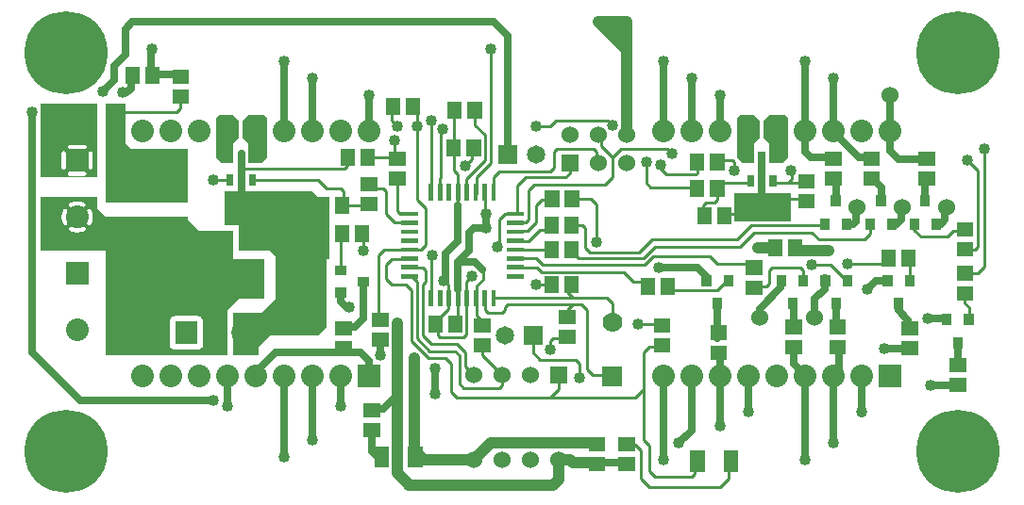
<source format=gbr>
G04 start of page 2 for group 0 idx 0 *
G04 Title: (unknown), component *
G04 Creator: pcb 20110918 *
G04 CreationDate: Sun 03 Feb 2013 12:44:51 AM GMT UTC *
G04 For: petersen *
G04 Format: Gerber/RS-274X *
G04 PCB-Dimensions: 350000 175000 *
G04 PCB-Coordinate-Origin: lower left *
%MOIN*%
%FSLAX25Y25*%
%LNTOP*%
%ADD34C,0.0380*%
%ADD33C,0.0430*%
%ADD32C,0.0280*%
%ADD31C,0.0450*%
%ADD30C,0.0480*%
%ADD29C,0.1285*%
%ADD28C,0.0350*%
%ADD27C,0.0200*%
%ADD26R,0.0157X0.0157*%
%ADD25R,0.0360X0.0360*%
%ADD24R,0.0630X0.0630*%
%ADD23R,0.0240X0.0240*%
%ADD22R,0.0340X0.0340*%
%ADD21R,0.0512X0.0512*%
%ADD20C,0.0650*%
%ADD19C,0.0600*%
%ADD18C,0.0700*%
%ADD17C,0.0787*%
%ADD16C,0.0800*%
%ADD15C,0.2937*%
%ADD14C,0.0400*%
%ADD13C,0.0100*%
%ADD12C,0.0250*%
%ADD11C,0.0001*%
G54D11*G36*
X260000Y119000D02*X256000D01*
X254000Y121000D01*
Y135000D01*
X255000Y136000D01*
X260000D01*
X262000Y134000D01*
Y128000D01*
X260000Y126000D01*
Y119000D01*
G37*
G36*
X265500D02*Y126000D01*
X263500Y128000D01*
Y134000D01*
X265500Y136000D01*
X271000D01*
X272000Y135000D01*
Y121000D01*
X270000Y119000D01*
X265500D01*
G37*
G36*
X261500Y123000D02*X264000D01*
Y107500D01*
X261500D01*
Y123000D01*
G37*
G36*
X253000Y108500D02*X273000D01*
Y103500D01*
X253000D01*
Y108500D01*
G37*
G36*
Y103500D02*X273000D01*
Y98500D01*
X253000D01*
Y103500D01*
G37*
G36*
Y106000D02*X273000D01*
Y101000D01*
X253000D01*
Y106000D01*
G37*
G36*
X25750Y140000D02*X28000D01*
Y114000D01*
X25750D01*
Y116748D01*
X25868Y116757D01*
X25982Y116785D01*
X26092Y116830D01*
X26192Y116891D01*
X26282Y116968D01*
X26359Y117058D01*
X26420Y117158D01*
X26465Y117268D01*
X26493Y117382D01*
X26500Y117500D01*
Y122500D01*
X26493Y122618D01*
X26465Y122732D01*
X26420Y122842D01*
X26359Y122942D01*
X26282Y123032D01*
X26192Y123109D01*
X26092Y123170D01*
X25982Y123215D01*
X25868Y123243D01*
X25750Y123252D01*
Y140000D01*
G37*
G36*
X22500D02*X25750D01*
Y123252D01*
X25632Y123243D01*
X25518Y123215D01*
X25408Y123170D01*
X25308Y123109D01*
X25218Y123032D01*
X25141Y122942D01*
X25080Y122842D01*
X25035Y122732D01*
X25007Y122618D01*
X25000Y122500D01*
Y117500D01*
X25007Y117382D01*
X25035Y117268D01*
X25080Y117158D01*
X25141Y117058D01*
X25218Y116968D01*
X25308Y116891D01*
X25408Y116830D01*
X25518Y116785D01*
X25632Y116757D01*
X25750Y116748D01*
Y114000D01*
X22500D01*
Y114500D01*
X23500D01*
X23618Y114507D01*
X23732Y114535D01*
X23842Y114580D01*
X23942Y114641D01*
X24032Y114718D01*
X24109Y114808D01*
X24170Y114908D01*
X24215Y115018D01*
X24243Y115132D01*
X24252Y115250D01*
X24243Y115368D01*
X24215Y115482D01*
X24170Y115592D01*
X24109Y115692D01*
X24032Y115782D01*
X23942Y115859D01*
X23842Y115920D01*
X23732Y115965D01*
X23618Y115993D01*
X23500Y116000D01*
X22500D01*
Y124000D01*
X23500D01*
X23618Y124007D01*
X23732Y124035D01*
X23842Y124080D01*
X23942Y124141D01*
X24032Y124218D01*
X24109Y124308D01*
X24170Y124408D01*
X24215Y124518D01*
X24243Y124632D01*
X24252Y124750D01*
X24243Y124868D01*
X24215Y124982D01*
X24170Y125092D01*
X24109Y125192D01*
X24032Y125282D01*
X23942Y125359D01*
X23842Y125420D01*
X23732Y125465D01*
X23618Y125493D01*
X23500Y125500D01*
X22500D01*
Y132604D01*
X24457Y132609D01*
X24610Y132646D01*
X24755Y132706D01*
X24890Y132788D01*
X25009Y132891D01*
X25112Y133010D01*
X25194Y133145D01*
X25254Y133290D01*
X25291Y133443D01*
X25300Y133600D01*
X25291Y138557D01*
X25254Y138710D01*
X25194Y138855D01*
X25112Y138990D01*
X25009Y139109D01*
X24890Y139212D01*
X24755Y139294D01*
X24610Y139354D01*
X24457Y139391D01*
X24300Y139400D01*
X22500Y139396D01*
Y140000D01*
G37*
G36*
X16250D02*X22500D01*
Y139396D01*
X20543Y139391D01*
X20390Y139354D01*
X20245Y139294D01*
X20110Y139212D01*
X19991Y139109D01*
X19888Y138990D01*
X19806Y138855D01*
X19746Y138710D01*
X19709Y138557D01*
X19700Y138400D01*
X19709Y133443D01*
X19746Y133290D01*
X19806Y133145D01*
X19888Y133010D01*
X19991Y132891D01*
X20110Y132788D01*
X20245Y132706D01*
X20390Y132646D01*
X20543Y132609D01*
X20700Y132600D01*
X22500Y132604D01*
Y125500D01*
X18500D01*
X18382Y125493D01*
X18268Y125465D01*
X18158Y125420D01*
X18058Y125359D01*
X17968Y125282D01*
X17891Y125192D01*
X17830Y125092D01*
X17785Y124982D01*
X17757Y124868D01*
X17748Y124750D01*
X17757Y124632D01*
X17785Y124518D01*
X17830Y124408D01*
X17891Y124308D01*
X17968Y124218D01*
X18058Y124141D01*
X18158Y124080D01*
X18268Y124035D01*
X18382Y124007D01*
X18500Y124000D01*
X22500D01*
Y116000D01*
X18500D01*
X18382Y115993D01*
X18268Y115965D01*
X18158Y115920D01*
X18058Y115859D01*
X17968Y115782D01*
X17891Y115692D01*
X17830Y115592D01*
X17785Y115482D01*
X17757Y115368D01*
X17748Y115250D01*
X17757Y115132D01*
X17785Y115018D01*
X17830Y114908D01*
X17891Y114808D01*
X17968Y114718D01*
X18058Y114641D01*
X18158Y114580D01*
X18268Y114535D01*
X18382Y114507D01*
X18500Y114500D01*
X22500D01*
Y114000D01*
X16250D01*
Y116748D01*
X16368Y116757D01*
X16482Y116785D01*
X16592Y116830D01*
X16692Y116891D01*
X16782Y116968D01*
X16859Y117058D01*
X16920Y117158D01*
X16965Y117268D01*
X16993Y117382D01*
X17000Y117500D01*
Y122500D01*
X16993Y122618D01*
X16965Y122732D01*
X16920Y122842D01*
X16859Y122942D01*
X16782Y123032D01*
X16692Y123109D01*
X16592Y123170D01*
X16482Y123215D01*
X16368Y123243D01*
X16250Y123252D01*
Y140000D01*
G37*
G36*
X8000D02*X16250D01*
Y123252D01*
X16132Y123243D01*
X16018Y123215D01*
X15908Y123170D01*
X15808Y123109D01*
X15718Y123032D01*
X15641Y122942D01*
X15580Y122842D01*
X15535Y122732D01*
X15507Y122618D01*
X15500Y122500D01*
Y117500D01*
X15507Y117382D01*
X15535Y117268D01*
X15580Y117158D01*
X15641Y117058D01*
X15718Y116968D01*
X15808Y116891D01*
X15908Y116830D01*
X16018Y116785D01*
X16132Y116757D01*
X16250Y116748D01*
Y114000D01*
X8000D01*
Y140000D01*
G37*
G36*
X17000D02*X28000D01*
Y128000D01*
X17000D01*
Y140000D01*
G37*
G36*
X32000Y124000D02*X60000D01*
Y105000D01*
X32000D01*
Y124000D01*
G37*
G36*
X35000Y126000D02*X38000D01*
X40000Y124000D01*
Y121000D01*
X37833D01*
X37681Y121366D01*
X37435Y121769D01*
X37128Y122128D01*
X36769Y122435D01*
X36366Y122681D01*
X35930Y122862D01*
X35471Y122972D01*
X35000Y123009D01*
Y126000D01*
G37*
G36*
X25493Y107000D02*X28000D01*
Y88000D01*
X25493D01*
Y97145D01*
X25578Y97181D01*
X25679Y97243D01*
X25769Y97319D01*
X25845Y97409D01*
X25905Y97511D01*
X26122Y97980D01*
X26289Y98469D01*
X26409Y98972D01*
X26482Y99484D01*
X26506Y100000D01*
X26482Y100516D01*
X26409Y101028D01*
X26289Y101531D01*
X26122Y102020D01*
X25910Y102492D01*
X25849Y102593D01*
X25772Y102684D01*
X25682Y102761D01*
X25580Y102823D01*
X25493Y102860D01*
Y107000D01*
G37*
G36*
X21002D02*X25493D01*
Y102860D01*
X25471Y102869D01*
X25355Y102897D01*
X25237Y102906D01*
X25119Y102897D01*
X25003Y102870D01*
X24893Y102824D01*
X24792Y102762D01*
X24702Y102686D01*
X24624Y102595D01*
X24562Y102494D01*
X24516Y102385D01*
X24489Y102269D01*
X24479Y102151D01*
X24488Y102032D01*
X24516Y101917D01*
X24563Y101808D01*
X24721Y101468D01*
X24842Y101112D01*
X24930Y100747D01*
X24982Y100375D01*
X25000Y100000D01*
X24982Y99625D01*
X24930Y99253D01*
X24842Y98888D01*
X24721Y98532D01*
X24567Y98190D01*
X24520Y98082D01*
X24493Y97967D01*
X24483Y97849D01*
X24493Y97732D01*
X24521Y97617D01*
X24566Y97508D01*
X24628Y97407D01*
X24705Y97318D01*
X24795Y97241D01*
X24895Y97180D01*
X25004Y97135D01*
X25119Y97107D01*
X25237Y97098D01*
X25355Y97108D01*
X25469Y97135D01*
X25493Y97145D01*
Y88000D01*
X21002D01*
Y94494D01*
X21516Y94518D01*
X22028Y94591D01*
X22531Y94711D01*
X23020Y94878D01*
X23492Y95090D01*
X23593Y95151D01*
X23684Y95228D01*
X23761Y95318D01*
X23823Y95420D01*
X23869Y95529D01*
X23897Y95645D01*
X23906Y95763D01*
X23897Y95881D01*
X23870Y95997D01*
X23824Y96107D01*
X23762Y96208D01*
X23686Y96298D01*
X23595Y96376D01*
X23494Y96438D01*
X23385Y96484D01*
X23269Y96511D01*
X23151Y96521D01*
X23032Y96512D01*
X22917Y96484D01*
X22808Y96437D01*
X22468Y96279D01*
X22112Y96158D01*
X21747Y96070D01*
X21375Y96018D01*
X21002Y96000D01*
Y104000D01*
X21375Y103982D01*
X21747Y103930D01*
X22112Y103842D01*
X22468Y103721D01*
X22810Y103567D01*
X22918Y103520D01*
X23033Y103493D01*
X23151Y103483D01*
X23268Y103493D01*
X23383Y103521D01*
X23492Y103566D01*
X23593Y103628D01*
X23682Y103705D01*
X23759Y103795D01*
X23820Y103895D01*
X23865Y104004D01*
X23893Y104119D01*
X23902Y104237D01*
X23892Y104355D01*
X23865Y104469D01*
X23819Y104578D01*
X23757Y104679D01*
X23681Y104769D01*
X23591Y104845D01*
X23489Y104905D01*
X23020Y105122D01*
X22531Y105289D01*
X22028Y105409D01*
X21516Y105482D01*
X21002Y105506D01*
Y107000D01*
G37*
G36*
X16507D02*X21002D01*
Y105506D01*
X21000Y105506D01*
X20484Y105482D01*
X19972Y105409D01*
X19469Y105289D01*
X18980Y105122D01*
X18508Y104910D01*
X18407Y104849D01*
X18316Y104772D01*
X18239Y104682D01*
X18177Y104580D01*
X18131Y104471D01*
X18103Y104355D01*
X18094Y104237D01*
X18103Y104119D01*
X18130Y104003D01*
X18176Y103893D01*
X18238Y103792D01*
X18314Y103702D01*
X18405Y103624D01*
X18506Y103562D01*
X18615Y103516D01*
X18731Y103489D01*
X18849Y103479D01*
X18968Y103488D01*
X19083Y103516D01*
X19192Y103563D01*
X19532Y103721D01*
X19888Y103842D01*
X20253Y103930D01*
X20625Y103982D01*
X21000Y104000D01*
X21002Y104000D01*
Y96000D01*
X21000Y96000D01*
X20625Y96018D01*
X20253Y96070D01*
X19888Y96158D01*
X19532Y96279D01*
X19190Y96433D01*
X19082Y96480D01*
X18967Y96507D01*
X18849Y96517D01*
X18732Y96507D01*
X18617Y96479D01*
X18508Y96434D01*
X18407Y96372D01*
X18318Y96295D01*
X18241Y96205D01*
X18180Y96105D01*
X18135Y95996D01*
X18107Y95881D01*
X18098Y95763D01*
X18108Y95645D01*
X18135Y95531D01*
X18181Y95422D01*
X18243Y95321D01*
X18319Y95231D01*
X18409Y95155D01*
X18511Y95095D01*
X18980Y94878D01*
X19469Y94711D01*
X19972Y94591D01*
X20484Y94518D01*
X21000Y94494D01*
X21002Y94494D01*
Y88000D01*
X16507D01*
Y97140D01*
X16529Y97131D01*
X16645Y97103D01*
X16763Y97094D01*
X16881Y97103D01*
X16997Y97130D01*
X17107Y97176D01*
X17208Y97238D01*
X17298Y97314D01*
X17376Y97405D01*
X17438Y97506D01*
X17484Y97615D01*
X17511Y97731D01*
X17521Y97849D01*
X17512Y97968D01*
X17484Y98083D01*
X17437Y98192D01*
X17279Y98532D01*
X17158Y98888D01*
X17070Y99253D01*
X17018Y99625D01*
X17000Y100000D01*
X17018Y100375D01*
X17070Y100747D01*
X17158Y101112D01*
X17279Y101468D01*
X17433Y101810D01*
X17480Y101918D01*
X17507Y102033D01*
X17517Y102151D01*
X17507Y102268D01*
X17479Y102383D01*
X17434Y102492D01*
X17372Y102593D01*
X17295Y102682D01*
X17205Y102759D01*
X17105Y102820D01*
X16996Y102865D01*
X16881Y102893D01*
X16763Y102902D01*
X16645Y102892D01*
X16531Y102865D01*
X16507Y102855D01*
Y107000D01*
G37*
G36*
X8000D02*X16507D01*
Y102855D01*
X16422Y102819D01*
X16321Y102757D01*
X16231Y102681D01*
X16155Y102591D01*
X16095Y102489D01*
X15878Y102020D01*
X15711Y101531D01*
X15591Y101028D01*
X15518Y100516D01*
X15494Y100000D01*
X15518Y99484D01*
X15591Y98972D01*
X15711Y98469D01*
X15878Y97980D01*
X16090Y97508D01*
X16151Y97407D01*
X16228Y97316D01*
X16318Y97239D01*
X16420Y97177D01*
X16507Y97140D01*
Y88000D01*
X8000D01*
Y107000D01*
G37*
G36*
X31000Y100000D02*Y95000D01*
X25493D01*
Y97145D01*
X25578Y97181D01*
X25679Y97243D01*
X25769Y97319D01*
X25845Y97409D01*
X25905Y97511D01*
X26122Y97980D01*
X26289Y98469D01*
X26409Y98972D01*
X26482Y99484D01*
X26506Y100000D01*
X26482Y100516D01*
X26409Y101028D01*
X26289Y101531D01*
X26122Y102020D01*
X25910Y102492D01*
X25849Y102593D01*
X25772Y102684D01*
X25682Y102761D01*
X25580Y102823D01*
X25493Y102860D01*
Y103000D01*
X28000D01*
X31000Y100000D01*
G37*
G36*
X25493Y95000D02*X24000D01*
Y103000D01*
X25493D01*
Y102860D01*
X25471Y102869D01*
X25355Y102897D01*
X25237Y102906D01*
X25119Y102897D01*
X25003Y102870D01*
X24893Y102824D01*
X24792Y102762D01*
X24702Y102686D01*
X24624Y102595D01*
X24562Y102494D01*
X24516Y102385D01*
X24489Y102269D01*
X24479Y102151D01*
X24488Y102032D01*
X24516Y101917D01*
X24563Y101808D01*
X24721Y101468D01*
X24842Y101112D01*
X24930Y100747D01*
X24982Y100375D01*
X25000Y100000D01*
X24982Y99625D01*
X24930Y99253D01*
X24842Y98888D01*
X24721Y98532D01*
X24567Y98190D01*
X24520Y98082D01*
X24493Y97967D01*
X24483Y97849D01*
X24493Y97732D01*
X24521Y97617D01*
X24566Y97508D01*
X24628Y97407D01*
X24705Y97318D01*
X24795Y97241D01*
X24895Y97180D01*
X25004Y97135D01*
X25119Y97107D01*
X25237Y97098D01*
X25355Y97108D01*
X25469Y97135D01*
X25493Y97145D01*
Y95000D01*
G37*
G36*
X31000Y140000D02*X38000D01*
Y105000D01*
X31000D01*
Y140000D01*
G37*
G36*
X21002Y100000D02*X25000D01*
X24982Y99625D01*
X24930Y99253D01*
X24842Y98888D01*
X24721Y98532D01*
X24567Y98190D01*
X24520Y98082D01*
X24493Y97967D01*
X24483Y97849D01*
X24493Y97732D01*
X24521Y97617D01*
X24566Y97508D01*
X24628Y97407D01*
X24705Y97318D01*
X24795Y97241D01*
X24895Y97180D01*
X25004Y97135D01*
X25119Y97107D01*
X25237Y97098D01*
X25355Y97108D01*
X25469Y97135D01*
X25578Y97181D01*
X25679Y97243D01*
X25769Y97319D01*
X25845Y97409D01*
X25905Y97511D01*
X26122Y97980D01*
X26289Y98469D01*
X26409Y98972D01*
X26482Y99484D01*
X26506Y100000D01*
X50451D01*
X50419Y99922D01*
X50364Y99692D01*
X50350Y99457D01*
X50362Y88000D01*
X21002D01*
Y94494D01*
X21516Y94518D01*
X22028Y94591D01*
X22531Y94711D01*
X23020Y94878D01*
X23492Y95090D01*
X23593Y95151D01*
X23684Y95228D01*
X23761Y95318D01*
X23823Y95420D01*
X23869Y95529D01*
X23897Y95645D01*
X23906Y95763D01*
X23897Y95881D01*
X23870Y95997D01*
X23824Y96107D01*
X23762Y96208D01*
X23686Y96298D01*
X23595Y96376D01*
X23494Y96438D01*
X23385Y96484D01*
X23269Y96511D01*
X23151Y96521D01*
X23032Y96512D01*
X22917Y96484D01*
X22808Y96437D01*
X22468Y96279D01*
X22112Y96158D01*
X21747Y96070D01*
X21375Y96018D01*
X21002Y96000D01*
Y100000D01*
G37*
G36*
X14000D02*X15494D01*
X15518Y99484D01*
X15591Y98972D01*
X15711Y98469D01*
X15878Y97980D01*
X16090Y97508D01*
X16151Y97407D01*
X16228Y97316D01*
X16318Y97239D01*
X16420Y97177D01*
X16529Y97131D01*
X16645Y97103D01*
X16763Y97094D01*
X16881Y97103D01*
X16997Y97130D01*
X17107Y97176D01*
X17208Y97238D01*
X17298Y97314D01*
X17376Y97405D01*
X17438Y97506D01*
X17484Y97615D01*
X17511Y97731D01*
X17521Y97849D01*
X17512Y97968D01*
X17484Y98083D01*
X17437Y98192D01*
X17279Y98532D01*
X17158Y98888D01*
X17070Y99253D01*
X17018Y99625D01*
X17000Y100000D01*
X21002D01*
Y96000D01*
X21000Y96000D01*
X20625Y96018D01*
X20253Y96070D01*
X19888Y96158D01*
X19532Y96279D01*
X19190Y96433D01*
X19082Y96480D01*
X18967Y96507D01*
X18849Y96517D01*
X18732Y96507D01*
X18617Y96479D01*
X18508Y96434D01*
X18407Y96372D01*
X18318Y96295D01*
X18241Y96205D01*
X18180Y96105D01*
X18135Y95996D01*
X18107Y95881D01*
X18098Y95763D01*
X18108Y95645D01*
X18135Y95531D01*
X18181Y95422D01*
X18243Y95321D01*
X18319Y95231D01*
X18409Y95155D01*
X18511Y95095D01*
X18980Y94878D01*
X19469Y94711D01*
X19972Y94591D01*
X20484Y94518D01*
X21000Y94494D01*
X21002Y94494D01*
Y88000D01*
X14000D01*
Y100000D01*
G37*
G36*
X31000D02*X60000D01*
Y65000D01*
X31000D01*
Y100000D01*
G37*
G36*
X59500Y84000D02*X71882D01*
X71529Y83972D01*
X71070Y83862D01*
X70634Y83681D01*
X70231Y83435D01*
X69872Y83128D01*
X69565Y82769D01*
X69319Y82366D01*
X69138Y81930D01*
X69028Y81471D01*
X68991Y81000D01*
X69028Y80529D01*
X69138Y80070D01*
X69319Y79634D01*
X69565Y79231D01*
X69872Y78872D01*
X70231Y78565D01*
X70634Y78319D01*
X71070Y78138D01*
X71529Y78028D01*
X71882Y78000D01*
X71529Y77972D01*
X71070Y77862D01*
X70634Y77681D01*
X70231Y77435D01*
X69872Y77128D01*
X69565Y76769D01*
X69319Y76366D01*
X69138Y75930D01*
X69028Y75471D01*
X68991Y75000D01*
X69028Y74529D01*
X69138Y74070D01*
X69319Y73634D01*
X69565Y73231D01*
X69872Y72872D01*
X70231Y72565D01*
X70634Y72319D01*
X71070Y72138D01*
X71529Y72028D01*
X72000Y71991D01*
X72471Y72028D01*
X72930Y72138D01*
X73366Y72319D01*
X73769Y72565D01*
X74000Y72763D01*
Y51000D01*
X59500D01*
Y53072D01*
X63751Y53082D01*
X64057Y53155D01*
X64348Y53275D01*
X64616Y53440D01*
X64856Y53644D01*
X65060Y53884D01*
X65225Y54152D01*
X65345Y54443D01*
X65418Y54749D01*
X65437Y55063D01*
X65418Y63251D01*
X65345Y63557D01*
X65225Y63848D01*
X65060Y64116D01*
X64856Y64356D01*
X64616Y64560D01*
X64348Y64725D01*
X64057Y64845D01*
X63751Y64918D01*
X63437Y64937D01*
X59500Y64928D01*
Y84000D01*
G37*
G36*
X31000D02*X59500D01*
Y64928D01*
X55249Y64918D01*
X54943Y64845D01*
X54652Y64725D01*
X54384Y64560D01*
X54144Y64356D01*
X53940Y64116D01*
X53775Y63848D01*
X53655Y63557D01*
X53582Y63251D01*
X53563Y62937D01*
X53582Y54749D01*
X53655Y54443D01*
X53775Y54152D01*
X53940Y53884D01*
X54144Y53644D01*
X54384Y53440D01*
X54652Y53275D01*
X54943Y53155D01*
X55249Y53082D01*
X55563Y53063D01*
X59500Y53072D01*
Y51000D01*
X31000D01*
Y84000D01*
G37*
G36*
X59637Y99000D02*X60000D01*
X64000Y95000D01*
Y92000D01*
X59644D01*
X59637Y99000D01*
G37*
G36*
X55000Y95000D02*X76000D01*
Y76000D01*
X55000D01*
Y95000D01*
G37*
G36*
X31000Y51000D02*Y66000D01*
X43000D01*
Y51000D01*
X31000D01*
G37*
G36*
X59000Y85000D02*X87000D01*
Y71000D01*
X59000D01*
Y85000D01*
G37*
G36*
X77000Y54000D02*X76000D01*
Y66000D01*
X86000D01*
X91000Y71000D01*
Y86000D01*
X89000Y88000D01*
X79000D01*
X78000Y89000D01*
Y97000D01*
X77000Y98000D01*
X73000D01*
Y109000D01*
X104000D01*
X109000Y104000D01*
Y61000D01*
X106000Y58000D01*
X89000D01*
X85000Y54000D01*
X77000D01*
G37*
G36*
X73000Y109000D02*X98000D01*
Y97000D01*
X73000D01*
Y109000D01*
G37*
G36*
X78000Y96000D02*X88000D01*
Y88000D01*
X78000D01*
Y96000D01*
G37*
G36*
X101000Y107000D02*X110000D01*
Y98000D01*
X101000D01*
Y107000D01*
G37*
G36*
X81500Y119000D02*Y126000D01*
X79500Y128000D01*
Y134000D01*
X81500Y136000D01*
X87000D01*
X88000Y135000D01*
Y121000D01*
X86000Y119000D01*
X81500D01*
G37*
G36*
X76000D02*X72000D01*
X70000Y121000D01*
Y135000D01*
X71000Y136000D01*
X76000D01*
X78000Y134000D01*
Y128000D01*
X76000Y126000D01*
Y119000D01*
G37*
G36*
X101000Y100000D02*X110000D01*
Y91000D01*
X101000D01*
Y100000D01*
G37*
G36*
Y94000D02*X110000D01*
Y85000D01*
X101000D01*
Y94000D01*
G37*
G36*
X74833Y74000D02*X75167D01*
X75319Y73634D01*
X75565Y73231D01*
X75872Y72872D01*
X76231Y72565D01*
X76634Y72319D01*
X77070Y72138D01*
X77529Y72028D01*
X78000Y71991D01*
Y71000D01*
X74000Y67000D01*
X71000D01*
Y72167D01*
X71070Y72138D01*
X71529Y72028D01*
X72000Y71991D01*
X72471Y72028D01*
X72930Y72138D01*
X73366Y72319D01*
X73769Y72565D01*
X74128Y72872D01*
X74435Y73231D01*
X74681Y73634D01*
X74833Y74000D01*
G37*
G36*
X92000Y58000D02*Y66500D01*
X109000D01*
Y61000D01*
X106000Y58000D01*
X92000D01*
G37*
G36*
X76000Y66000D02*X85000D01*
Y51000D01*
X76000D01*
Y66000D01*
G37*
G54D12*X94000Y44000D02*Y15000D01*
X104000Y44000D02*Y21000D01*
X84000Y44000D02*Y45000D01*
X91000Y52000D01*
X74000Y33000D02*Y44000D01*
X69000Y35000D02*X22000D01*
X114000Y44000D02*Y33000D01*
X91000Y52000D02*X121000D01*
X124000Y49000D01*
Y44000D01*
X115000Y61000D02*X119000D01*
X122000Y64000D01*
X124000Y32000D02*X129000D01*
X128000Y51000D02*Y57000D01*
X128500Y15000D02*X127000D01*
X125000Y17000D01*
Y24500D01*
X22000Y35000D02*X5000Y52000D01*
Y136500D01*
X37000Y144000D02*X38500D01*
X40000Y145500D01*
X30000Y144500D02*X34000Y148500D01*
Y153500D01*
X40000Y145500D02*Y150000D01*
X39500Y150500D01*
X47000D02*X58000D01*
X34000Y153500D02*X38000Y157500D01*
G54D13*X34500Y137000D02*X53000D01*
X51500D02*X56000D01*
X57500Y138500D01*
Y144000D01*
G54D12*X155500Y74500D02*Y84000D01*
G54D13*X150500Y77500D02*X152000Y76000D01*
Y70500D01*
X158500Y75500D02*Y77000D01*
X160500Y79000D01*
X155500Y75000D02*Y61500D01*
X152000Y69500D02*Y67500D01*
X148000Y63500D01*
X157500Y57500D02*X149000D01*
X148500Y58000D01*
Y61500D01*
G54D12*X155500Y84000D02*X161500D01*
X164000Y81500D01*
G54D13*X164500Y81000D02*X163500Y82000D01*
X146000Y70500D02*Y86000D01*
X146500Y86500D01*
X191000Y44000D02*Y40000D01*
X183000Y76000D02*X189000D01*
X183500Y82000D02*X185000Y80500D01*
X183000Y85500D02*X185500Y83000D01*
X182000Y58000D02*Y52000D01*
X184500Y49500D01*
X156000Y41000D02*X157500Y39500D01*
X145000Y50000D02*X151000D01*
X153000Y48000D02*Y38000D01*
X155000Y36000D01*
X153000Y43000D02*Y41000D01*
G54D12*X147500Y37000D02*Y46500D01*
G54D13*X145500Y52500D02*X154500D01*
X156000Y51000D01*
Y41000D01*
X151000Y50000D02*X153000Y48000D01*
X158000Y47000D02*Y52000D01*
X157500Y39500D02*X170000D01*
X155000Y36000D02*X188000D01*
X158000Y52000D02*X155000Y55000D01*
X164000Y54000D02*Y51000D01*
X155000Y55000D02*X146000D01*
X161000Y44000D02*X158000Y47000D01*
X164000Y51000D02*X171000Y44000D01*
G54D12*X151000Y77000D02*Y87000D01*
X155500Y84000D02*X159500Y88000D01*
Y94500D01*
X161000Y96000D01*
X165500D01*
G54D13*X162000Y70000D02*Y65000D01*
X158500Y69500D02*Y58500D01*
X157500Y57500D01*
X162000Y65000D02*X165000Y62000D01*
X158500Y70500D02*Y77000D01*
X162000Y69000D02*Y75500D01*
X164500Y78000D01*
Y81000D01*
G54D14*X140000Y50000D02*Y17500D01*
G54D13*X139000Y74000D02*X137000Y76000D01*
X132000D01*
X130000Y78000D01*
X143000Y76000D02*X144000Y77000D01*
Y81000D01*
X143000Y82000D01*
X141000Y77000D02*Y57000D01*
X143000Y58000D02*Y76000D01*
X141000Y57000D02*X145500Y52500D01*
X139000Y74000D02*Y56000D01*
X145000Y50000D01*
X146000Y55000D02*X143000Y58000D01*
G54D14*X134000Y9500D02*Y62500D01*
G54D12*X129000Y32000D02*X134000Y37000D01*
G54D14*X138000Y5000D02*X189000D01*
X138500D02*X134000Y9500D01*
X189000Y5000D02*X191000Y7000D01*
Y14000D01*
X140000Y17500D02*X143500Y14000D01*
X161500D01*
X167000Y20000D02*X161000Y14000D01*
G54D13*X130000Y78000D02*Y83000D01*
X132000Y85000D01*
X139000D01*
X141000Y77000D02*X139000Y79000D01*
X136000D01*
X143000Y82000D02*X138000D01*
G54D12*X122000Y64000D02*Y77000D01*
X114000Y73000D02*Y70000D01*
X116000Y68000D01*
X117000D01*
G54D13*X127500Y86500D02*Y63500D01*
X199000Y69000D02*X201000Y67000D01*
X210000Y69500D02*Y63500D01*
X221000Y52000D02*X223000Y54000D01*
X226000D01*
X219000Y62000D02*X227000D01*
X170000Y39500D02*X171000Y40500D01*
X191000Y39500D02*Y41500D01*
X188000Y36000D02*X191000Y39000D01*
Y41000D01*
X186000Y36000D02*X218000D01*
X221000Y39000D01*
X171000Y40500D02*Y44500D01*
G54D14*X191000Y14000D02*X195000D01*
X196000Y13000D01*
X204000D01*
X205000Y20000D02*X167000D01*
G54D12*X204000Y13000D02*X215000D01*
G54D13*Y19500D02*X218000D01*
X221000Y41000D02*Y21000D01*
X223000Y19000D01*
X218000Y19500D02*X220000Y17500D01*
Y7500D01*
X223000Y4500D01*
X222500Y19500D02*X223000Y19000D01*
Y12500D01*
Y13000D02*Y10000D01*
X225000Y8000D01*
X201000Y67000D02*Y46000D01*
X188000Y56000D02*X189000Y57000D01*
X195000D01*
X203000Y44000D02*X210000D01*
X221000Y39000D02*Y52000D01*
X201000Y46000D02*X203000Y44000D01*
X188000Y54000D02*Y56000D01*
X184500Y49500D02*X197000D01*
X198500Y48000D01*
Y42500D01*
X189500Y123000D02*X190500Y124000D01*
X203500D01*
X182500Y111500D02*X207500D01*
X210000Y114000D02*X208000Y112000D01*
X189500Y117500D02*Y123000D01*
X183000Y132000D02*X188000D01*
X190000Y134000D01*
X165000Y120000D02*Y129000D01*
G54D12*X173000Y122000D02*Y164000D01*
X168000Y169000D02*X173000Y164000D01*
G54D13*X203500Y124000D02*X204500Y123000D01*
Y118500D01*
X207500Y111500D02*X209500Y113500D01*
X207000Y124000D02*X206000Y125000D01*
X210000Y121000D01*
Y114000D01*
X206000Y125000D02*Y129000D01*
X190000Y134000D02*X208500D01*
X210000Y132500D01*
G54D14*X205000Y169000D02*X215000D01*
Y164000D02*X210000Y169000D01*
X205000D02*X215000Y159000D01*
Y169000D02*Y129000D01*
Y164000D01*
G54D13*X210000Y121000D02*X213000Y124000D01*
X212500Y123500D02*X213000Y124000D01*
G54D12*X238000Y130000D02*Y149000D01*
X228000Y130000D02*Y155000D01*
X215000Y129000D02*Y128500D01*
G54D13*X213000Y124000D02*X229500D01*
G54D12*X248000Y130000D02*Y143000D01*
G54D13*X229000Y110500D02*X241500D01*
X279500Y107500D02*X278500Y106500D01*
X268500D01*
X266500Y112000D02*X279500D01*
X223500Y110500D02*X222000Y112000D01*
X247000Y120000D02*X252500D01*
X253000Y119500D01*
Y116500D01*
X246500Y112000D02*X259500D01*
X222000D02*Y120000D01*
X227000Y118500D02*Y117000D01*
X229000Y115000D01*
X229500Y124000D02*X231000Y122500D01*
X229000Y115000D02*X239500D01*
X240000Y115500D01*
Y118500D01*
G54D12*X113000Y129000D02*Y130000D01*
X64000D02*Y132000D01*
X104000Y130000D02*Y149000D01*
X94000Y130000D02*Y155000D01*
X124000Y131000D02*Y143000D01*
G54D13*X134000Y132000D02*X132000Y134000D01*
Y138000D01*
G54D12*X47000Y150500D02*Y159000D01*
X47500Y159500D01*
X40500Y169000D02*X168000D01*
X38000Y157500D02*Y166500D01*
X40500Y169000D01*
G54D13*X132000Y99000D02*X133000Y98000D01*
X115000Y104000D02*X125000D01*
X130000Y101000D02*X133000Y98000D01*
X115000Y109000D02*Y104000D01*
X149500Y114000D02*X149000Y113500D01*
X106000Y113000D02*X109000Y110000D01*
X114000D01*
X115000Y109000D01*
X124000Y110000D02*X129000D01*
X130000Y109000D01*
Y101000D01*
X138000D02*X135000D01*
X134000Y102000D02*Y115000D01*
X133000Y127000D02*Y121000D01*
X123000D01*
X115500Y117000D02*X116500Y118000D01*
Y121000D01*
X83000Y113000D02*X93000D01*
X92000D02*X106000D01*
X69000D02*X75000D01*
G54D12*X79000Y122500D02*Y103500D01*
G54D13*X78500Y117000D02*X115500D01*
X133000Y98000D02*X139000D01*
X135000Y101000D02*X134000Y102000D01*
G54D12*X151000Y87000D02*X155500Y91500D01*
G54D13*X144000Y103000D02*Y90000D01*
X143000Y89000D01*
X144000Y90000D02*X142500Y88500D01*
X136000D01*
X114000Y81000D02*Y95000D01*
X122000D02*Y88000D01*
X138500Y88500D02*X129500D01*
X127500Y86500D01*
G54D12*X155500Y91500D02*Y104000D01*
G54D13*X168000Y107500D02*Y114000D01*
X170000Y116000D01*
X155500Y102500D02*Y115000D01*
X158500Y108500D02*Y113500D01*
X162000Y108000D02*Y114000D01*
X167000Y119000D01*
X165000Y110000D02*Y101000D01*
X149500Y130500D02*Y114000D01*
X146000Y134000D02*Y107500D01*
X141000Y106000D02*Y140000D01*
X149000Y113500D02*Y107500D01*
X141000Y106000D02*X144000Y103000D01*
X155500Y115000D02*X154000Y116500D01*
Y138000D01*
X158500Y118500D02*X160500Y120500D01*
X158500Y113500D02*X165000Y120000D01*
X160500Y120500D02*Y124000D01*
X165000Y129000D02*X161500Y132500D01*
Y139000D01*
X167000Y119000D02*Y159000D01*
X176500Y101000D02*Y111000D01*
X179500Y114000D01*
X170000Y116000D02*X188000D01*
X183000Y104000D02*X185000Y106000D01*
X190000D01*
X179500Y114000D02*X193500D01*
X195000Y115500D01*
Y119500D01*
X188000Y116000D02*X189500Y117500D01*
X175000Y95000D02*X180000D01*
X173500Y91500D02*X180500D01*
X184500Y95500D01*
X180000Y95000D02*X183000Y98000D01*
Y104000D01*
X184500Y95500D02*X189500D01*
X173500Y88500D02*X189500D01*
X174000Y82000D02*X183500D01*
X173500Y85500D02*X183000D01*
G54D12*X288000Y149000D02*Y130000D01*
X308000D02*Y143000D01*
X288000Y130000D02*X297000Y121000D01*
X308000Y143000D02*Y123500D01*
G54D13*X272000Y112000D02*X273500Y113500D01*
G54D12*X280000Y121000D02*X289000D01*
Y105000D02*Y114000D01*
G54D13*X273000Y112000D02*X266500D01*
X271000D02*X272000D01*
X273500Y113500D02*Y116500D01*
G54D12*X278000Y155000D02*Y123000D01*
X280000Y121000D01*
X297000D02*X300000D01*
G54D13*X335500Y120000D02*X339000Y116500D01*
G54D12*X308000Y123500D02*X311000Y120500D01*
X322000D01*
X320500Y105000D02*Y114000D01*
X305000Y105000D02*Y110500D01*
X302500Y113000D01*
G54D13*X339000Y116500D02*Y89500D01*
X338000Y88500D01*
X341500Y82500D02*Y124000D01*
X338000Y88500D02*X334000D01*
X330500Y95000D02*X335500D01*
X334500Y80000D02*X339000D01*
X341500Y82500D01*
X174000Y98000D02*X179500D01*
X180500Y99000D01*
Y109500D01*
X182500Y111500D01*
X170000Y89000D02*Y99000D01*
X172000Y101000D01*
X176000D01*
G54D12*X165500Y96000D02*Y101000D01*
G54D13*X165000Y70000D02*Y67000D01*
X166000Y66000D01*
X171000D01*
X172000Y67000D01*
Y68000D01*
X173000Y69000D01*
X230000Y110500D02*X223500D01*
X221000Y85500D02*X225000Y89500D01*
X223500Y91500D02*X219500Y87500D01*
X202000D01*
X224000Y92000D02*X222000Y90000D01*
X223500Y88000D02*X225000Y89500D01*
X222000Y86500D02*X221000Y85500D01*
X202000Y87500D02*X200500Y89000D01*
Y96000D01*
X199500Y97000D01*
X195500D01*
X198000Y85500D02*X195500Y88000D01*
X204500Y91000D02*Y104500D01*
X202500Y106500D01*
X195000D01*
X173000Y69000D02*X199000D01*
X208000Y71500D02*X168000D01*
X208000D02*X210000Y69500D01*
X185000Y80500D02*X209000D01*
X185500Y83000D02*X201000D01*
X199500D02*X221500D01*
X221000Y85500D02*X198000D01*
X208500Y80500D02*X214000D01*
X217500Y77000D01*
X222500D01*
X221500Y83000D02*X224500Y86000D01*
X194000Y65000D02*Y67000D01*
X196000Y69000D01*
X194000Y76000D02*Y74000D01*
X196000Y71500D02*X200000D01*
X194000Y73500D02*X196000Y71500D01*
G54D12*X228000Y15000D02*Y44000D01*
G54D13*X223000Y4500D02*X248000D01*
X251000Y7500D01*
Y11500D01*
X225000Y8000D02*X238000D01*
X239000Y9000D01*
Y13500D01*
G54D12*X233500Y20000D02*X238000Y24500D01*
Y44500D01*
X248000Y27000D02*Y44000D01*
X278000D02*Y15000D01*
X288000Y44000D02*Y21000D01*
X248000Y52000D02*Y43000D01*
X258000Y43500D02*Y31000D01*
X274000Y48000D02*X278000Y44000D01*
X298000Y43500D02*Y30500D01*
X247000Y57000D02*Y69000D01*
G54D13*X251000Y77000D02*X250000D01*
X247000Y74000D01*
X231000D01*
X228000Y77000D01*
G54D12*X243000Y79000D02*Y77000D01*
G54D13*X265500Y76500D02*X264500Y75500D01*
X260500D01*
X284000Y97000D02*X259000D01*
X260000Y94500D02*X280500D01*
X283000Y92000D01*
G54D12*X295000Y97500D02*X296000Y98500D01*
Y104000D01*
X292500Y97500D02*X295000D01*
G54D13*X283000Y92000D02*X299000D01*
X301000Y94000D01*
Y97500D01*
G54D14*X261500Y89000D02*X267500D01*
X286500Y88000D02*X276000D01*
G54D12*X226500Y82000D02*X240000D01*
G54D13*X247000Y83500D02*X261500D01*
G54D12*X240000Y82000D02*X243000Y79000D01*
G54D13*X244500Y86000D02*X247000Y83500D01*
X224500Y86000D02*X242500D01*
X241500D02*X244500D01*
X242000Y101000D02*Y104000D01*
X243000Y105000D01*
X246000D01*
X247000Y106000D01*
Y109000D01*
X249000Y101000D02*X259000D01*
Y97000D02*X254000Y92000D01*
X255000Y89500D02*X260000Y94500D01*
X254000Y92000D02*X224000D01*
X225000Y89500D02*X255000D01*
G54D12*X309000Y97500D02*X310500D01*
X312000Y99000D01*
Y104000D01*
X324000Y97500D02*X326000D01*
X327500Y99000D01*
Y103500D01*
G54D13*X316500Y97500D02*Y95500D01*
X319000Y93000D01*
X328500D01*
X330500Y95000D01*
G54D12*X332000Y46500D02*Y55500D01*
G54D13*X334500Y72500D02*Y69500D01*
X336000Y68000D01*
Y63500D01*
X336500Y63000D01*
G54D12*X321500Y64000D02*X328500D01*
X307500Y77500D02*X303000D01*
G54D13*X315000Y76500D02*Y86000D01*
G54D12*X311000Y70000D02*Y67000D01*
X314500Y63500D01*
Y60000D01*
X306000Y53500D02*X316000D01*
X322500Y40500D02*X333000D01*
X274000Y54000D02*Y48000D01*
Y60000D02*Y70000D01*
X288000Y44000D02*X290000Y46000D01*
Y54000D01*
G54D13*X266500Y82000D02*X276500D01*
X277500Y81000D01*
Y78000D01*
X268000Y82000D02*X266500D01*
X265500Y81000D01*
Y76500D01*
G54D12*X289000Y70000D02*Y61000D01*
X285000Y78500D02*Y74500D01*
X281500Y71000D01*
Y64500D01*
G54D13*X280500Y83000D02*X287000D01*
X293000Y77000D01*
G54D12*X303000Y77500D02*X300000Y74500D01*
G54D13*X293000Y83500D02*X308500D01*
G54D12*X269500Y77500D02*Y75000D01*
X262000Y67500D01*
Y64000D01*
G54D15*X17000Y17000D03*
Y158000D03*
G54D11*G36*
Y124000D02*Y116000D01*
X25000D01*
Y124000D01*
X17000D01*
G37*
G54D16*X21000Y100000D03*
G54D11*G36*
X17000Y84000D02*Y76000D01*
X25000D01*
Y84000D01*
X17000D01*
G37*
G54D16*X21000Y60000D03*
G54D17*X79500Y59000D03*
X69500D03*
G54D11*G36*
X55563Y62937D02*Y55063D01*
X63437D01*
Y62937D01*
X55563D01*
G37*
G54D16*X74000Y43700D03*
Y130300D03*
X64000D03*
X54000D03*
X44000D03*
X64000Y43700D03*
X54000D03*
X44000D03*
G54D15*X332000Y17000D03*
G54D11*G36*
X304000Y47700D02*Y39700D01*
X312000D01*
Y47700D01*
X304000D01*
G37*
G54D16*X298000Y43700D03*
X288000D03*
X278000D03*
X268000D03*
X258000D03*
G54D15*X332000Y158000D03*
G54D16*X308000Y130300D03*
X298000D03*
X288000D03*
X278000D03*
X268000D03*
X258000D03*
X248000Y43700D03*
X238000D03*
X228000D03*
G54D11*G36*
X206500Y46894D02*Y39894D01*
X213500D01*
Y46894D01*
X206500D01*
G37*
G54D18*X210000Y62606D03*
G54D11*G36*
X188000Y47000D02*Y41000D01*
X194000D01*
Y47000D01*
X188000D01*
G37*
G54D19*X181000Y44000D03*
X171000D03*
X161000D03*
G54D11*G36*
X178750Y61250D02*Y54750D01*
X185250D01*
Y61250D01*
X178750D01*
G37*
G54D20*X172000Y58000D03*
G54D19*X161000Y14000D03*
X171000D03*
X181000D03*
X191000D03*
G54D11*G36*
X120000Y47700D02*Y39700D01*
X128000D01*
Y47700D01*
X120000D01*
G37*
G54D16*X114000Y43700D03*
X104000D03*
X94000D03*
X84000D03*
X248000Y130300D03*
X238000D03*
X228000D03*
G54D19*X205000Y119000D03*
X215000D03*
X205000Y129000D03*
X215000D03*
G54D11*G36*
X169750Y125250D02*Y118750D01*
X176250D01*
Y125250D01*
X169750D01*
G37*
G54D20*X183000Y122000D03*
G54D11*G36*
X192000D02*Y116000D01*
X198000D01*
Y122000D01*
X192000D01*
G37*
G54D19*X195000Y129000D03*
G54D16*X124000Y130300D03*
X114000D03*
X104000D03*
X94000D03*
X84000D03*
G54D21*X114607Y60543D02*X115393D01*
X114607Y53457D02*X115393D01*
X124607Y24457D02*X125393D01*
X124607Y31543D02*X125393D01*
G54D22*X113700Y81000D02*X114300D01*
X113700Y73200D02*X114300D01*
X121900Y77100D02*X122500D01*
G54D21*X127607Y63543D02*X128393D01*
X127607Y56457D02*X128393D01*
G54D23*X78900Y122000D02*Y120400D01*
G54D24*X55000Y115992D02*Y109693D01*
Y96307D02*Y90008D01*
G54D21*X80543Y92393D02*Y91607D01*
X73457Y92393D02*Y91607D01*
G54D23*X75000Y122000D02*Y120400D01*
G54D25*X35400Y136600D02*Y135400D01*
X22500Y136600D02*Y135400D01*
G54D21*X40457Y150393D02*Y149607D01*
X47543Y150393D02*Y149607D01*
X57107Y149543D02*X57893D01*
X57107Y142457D02*X57893D01*
G54D23*X82800Y122000D02*Y120400D01*
G54D21*X123543Y121393D02*Y120607D01*
X116457Y121393D02*Y120607D01*
G54D23*X75000Y113800D02*Y112200D01*
X78900Y113800D02*Y112200D01*
X82800Y113800D02*Y112200D01*
G54D21*X107457Y104393D02*Y103607D01*
G54D26*X145977Y73434D02*Y69008D01*
X149126Y73434D02*Y69008D01*
X152276Y73434D02*Y69008D01*
X155425Y73434D02*Y69008D01*
X158575Y73434D02*Y69008D01*
X161725Y73434D02*Y69008D01*
G54D21*X114543Y104393D02*Y103607D01*
X121543Y94393D02*Y93607D01*
X114457Y94393D02*Y93607D01*
X123607Y104457D02*X124393D01*
X123607Y111543D02*X124393D01*
X133607Y113457D02*X134393D01*
G54D26*X136008Y101023D02*X140434D01*
X136008Y97874D02*X140434D01*
X136008Y94724D02*X140434D01*
X136008Y91575D02*X140434D01*
X136008Y88425D02*X140434D01*
X136008Y85275D02*X140434D01*
X136008Y82126D02*X140434D01*
X136008Y78976D02*X140434D01*
G54D21*X133607Y120543D02*X134393D01*
X161043Y124893D02*Y124107D01*
X153957Y124893D02*Y124107D01*
X161343Y138193D02*Y137407D01*
X154257Y138193D02*Y137407D01*
X139543Y139393D02*Y138607D01*
X132457Y139393D02*Y138607D01*
G54D26*X161724Y110992D02*Y106566D01*
X158575Y110992D02*Y106566D01*
X155425Y110992D02*Y106566D01*
X152275Y110992D02*Y106566D01*
X149126Y110992D02*Y106566D01*
X145976Y110992D02*Y106566D01*
G54D21*X273607Y61043D02*X274393D01*
X273607Y53957D02*X274393D01*
X289107Y61043D02*X289893D01*
X289107Y53957D02*X289893D01*
G54D22*X277500Y77800D02*Y77200D01*
X285200Y77800D02*Y77200D01*
X273600Y69600D02*Y69000D01*
X289100Y69600D02*Y69000D01*
X293000Y77800D02*Y77200D01*
X247100Y69600D02*Y69000D01*
G54D21*X267457Y89393D02*Y88607D01*
X274543Y89393D02*Y88607D01*
G54D23*X258900Y113500D02*Y111900D01*
X262800Y113500D02*Y111900D01*
X266700Y113500D02*Y111900D01*
X262800Y121700D02*Y120100D01*
X258900Y121700D02*Y120100D01*
G54D21*X247043Y110393D02*Y109607D01*
X249543Y100893D02*Y100107D01*
X239957Y110393D02*Y109607D01*
X242457Y100893D02*Y100107D01*
X247043Y119893D02*Y119107D01*
X239957Y119893D02*Y119107D01*
X278107Y105457D02*X278893D01*
G54D22*X288900Y106000D02*Y105400D01*
X304900Y106000D02*Y105400D01*
G54D21*X301107Y113457D02*X301893D01*
X301107Y120543D02*X301893D01*
G54D22*X285000Y97800D02*Y97200D01*
X292800Y97800D02*Y97200D01*
X301000Y97800D02*Y97200D01*
X308800Y97800D02*Y97200D01*
G54D21*X320607Y113457D02*X321393D01*
X320607Y120543D02*X321393D01*
G54D23*X266700Y121700D02*Y120100D01*
G54D21*X278107Y112543D02*X278893D01*
X287607Y113457D02*X288393D01*
X287607Y120543D02*X288393D01*
X314607Y60543D02*X315393D01*
X314607Y53457D02*X315393D01*
X331607Y47543D02*X332393D01*
G54D22*X335900Y63900D02*Y63300D01*
X328100Y63900D02*Y63300D01*
X332000Y55700D02*Y55100D01*
G54D21*X331607Y40457D02*X332393D01*
X334107Y88457D02*X334893D01*
X334107Y80043D02*X334893D01*
X334107Y72957D02*X334893D01*
X334107Y95543D02*X334893D01*
G54D22*X316600Y97700D02*Y97100D01*
X320500Y105900D02*Y105300D01*
X324400Y97700D02*Y97100D01*
X315000Y77800D02*Y77200D01*
X307200Y77800D02*Y77200D01*
X311100Y69600D02*Y69000D01*
G54D21*X307457Y85893D02*Y85107D01*
X314543Y85893D02*Y85107D01*
X193607Y64543D02*X194393D01*
X204107Y12457D02*X204893D01*
X204107Y19543D02*X204893D01*
X214607D02*X215393D01*
X214607Y12457D02*X215393D01*
X193607Y57457D02*X194393D01*
X163607Y54457D02*X164393D01*
X163607Y61543D02*X164393D01*
X154543Y62393D02*Y61607D01*
X147457Y62393D02*Y61607D01*
X240095Y14681D02*Y12319D01*
X140405Y16181D02*Y13819D01*
X128595Y16181D02*Y13819D01*
X251905Y14681D02*Y12319D01*
G54D26*X164874Y73434D02*Y69008D01*
X168024Y73434D02*Y69008D01*
G54D21*X188657Y106793D02*Y106007D01*
X195743Y106793D02*Y106007D01*
X188457Y97393D02*Y96607D01*
X195543Y97393D02*Y96607D01*
X188457Y88893D02*Y88107D01*
X195543Y88893D02*Y88107D01*
Y76393D02*Y75607D01*
X188457Y76393D02*Y75607D01*
G54D22*X269700Y77800D02*Y77200D01*
G54D21*X259607Y82043D02*X260393D01*
X259607Y74957D02*X260393D01*
G54D22*X251000Y77800D02*Y77200D01*
G54D21*X247107Y59043D02*X247893D01*
X247107Y51957D02*X247893D01*
X227107Y61543D02*X227893D01*
X227107Y54457D02*X227893D01*
X222457Y75893D02*Y75107D01*
X229543Y75893D02*Y75107D01*
G54D22*X243200Y77800D02*Y77200D01*
G54D26*X173566Y78977D02*X177992D01*
X173566Y82126D02*X177992D01*
X173566Y85276D02*X177992D01*
X173566Y88425D02*X177992D01*
X173566Y91575D02*X177992D01*
X173566Y94725D02*X177992D01*
X173566Y97874D02*X177992D01*
X173566Y101024D02*X177992D01*
X168023Y110992D02*Y106566D01*
X164874Y110992D02*Y106566D01*
G54D14*X215000Y169000D03*
X238000Y149000D03*
X248000Y143000D03*
X210000Y169000D03*
Y132500D03*
X205000Y169000D03*
X226500Y82000D03*
X204500Y91000D03*
X222000Y119500D03*
X219000Y62000D03*
X227000Y118500D03*
X231000Y122500D03*
X228000Y14000D03*
Y155000D03*
X233500Y20000D03*
X248000Y26000D03*
X270500Y106000D03*
X255500D03*
X263000D03*
X270500Y101500D03*
X255500D03*
X263000D03*
X253000Y116500D03*
X273000D03*
G54D19*X262000Y64500D03*
G54D14*X258000Y31000D03*
G54D19*X281500Y64500D03*
G54D14*X278000Y14000D03*
X288000Y20000D03*
X298000Y31000D03*
X280500Y83000D03*
X286500Y88000D03*
X261500Y89000D03*
G54D19*X308000Y143000D03*
G54D14*X288000Y149000D03*
X278000Y155000D03*
G54D19*X296500Y103500D03*
G54D14*X293000Y83500D03*
X300000Y74500D03*
X306000Y53500D03*
G54D19*X312500Y103500D03*
X328000D03*
G54D14*X321500Y64000D03*
X322500Y40500D03*
X341500Y124000D03*
X335500Y120000D03*
X35000D03*
X30000Y144500D03*
X37000Y144000D03*
X35000Y109000D03*
X45000Y120000D03*
X47500Y159500D03*
X94000Y155000D03*
X104000Y149000D03*
X45000Y109000D03*
X40000Y114000D03*
X69000Y113000D03*
X5000Y137000D03*
X90500Y106500D03*
X75500D03*
X83000D03*
X90500Y101500D03*
X83000D03*
X75500D03*
X84000Y81000D03*
X78000D03*
Y75000D03*
X72000D03*
Y81000D03*
X74000Y33000D03*
X69000Y35000D03*
X84000Y75000D03*
X150500Y77500D03*
X95000Y61500D03*
X100500D03*
X105500D03*
X117000Y68000D03*
X165500Y101000D03*
Y96000D03*
X169500Y89500D03*
X160500Y79000D03*
X183000Y76000D03*
X188000Y53000D03*
X198500Y43000D03*
X140000Y50000D03*
X134000Y62000D03*
Y57000D03*
X128000Y51000D03*
X140000Y45500D03*
X147500Y46500D03*
Y37500D03*
X114000Y33000D03*
X104000Y21000D03*
X94000Y15000D03*
X122000Y88000D03*
X146500Y86500D03*
X146000Y134000D03*
X141000Y132000D03*
X133000Y127000D03*
X158000Y118000D03*
X150000Y131000D03*
X134000Y132000D03*
X167000Y159500D03*
X183000Y132000D03*
X124000Y143000D03*
G54D27*G54D28*G54D27*G54D28*G54D27*G54D28*G54D27*G54D28*G54D27*G54D28*G54D27*G54D29*G54D30*G54D31*G54D30*G54D29*G54D30*G54D29*G54D30*G54D27*G54D32*G54D33*G54D32*G54D30*G54D34*G54D33*G54D34*G54D30*M02*

</source>
